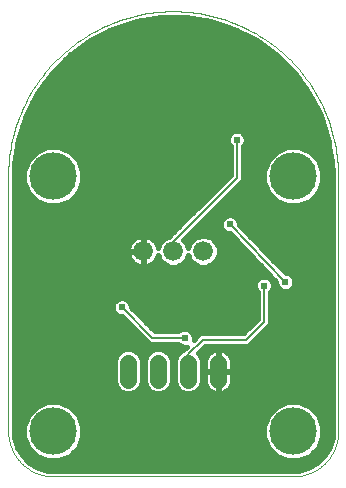
<source format=gbl>
G75*
%MOIN*%
%OFA0B0*%
%FSLAX25Y25*%
%IPPOS*%
%LPD*%
%AMOC8*
5,1,8,0,0,1.08239X$1,22.5*
%
%ADD10C,0.06600*%
%ADD11C,0.00000*%
%ADD12C,0.05543*%
%ADD13C,0.15811*%
%ADD14C,0.01600*%
%ADD15C,0.00600*%
%ADD16C,0.02400*%
D10*
X0051800Y0094006D03*
X0061800Y0094006D03*
X0071800Y0094006D03*
D11*
X0116800Y0119006D02*
X0116784Y0120345D01*
X0116735Y0121684D01*
X0116653Y0123021D01*
X0116539Y0124355D01*
X0116393Y0125687D01*
X0116214Y0127014D01*
X0116003Y0128337D01*
X0115759Y0129654D01*
X0115484Y0130965D01*
X0115177Y0132268D01*
X0114838Y0133564D01*
X0114468Y0134851D01*
X0114067Y0136129D01*
X0113634Y0137397D01*
X0113171Y0138654D01*
X0112677Y0139899D01*
X0112153Y0141132D01*
X0111600Y0142351D01*
X0111016Y0143557D01*
X0110404Y0144748D01*
X0109763Y0145924D01*
X0109093Y0147084D01*
X0108395Y0148227D01*
X0107670Y0149353D01*
X0106917Y0150461D01*
X0106138Y0151551D01*
X0105332Y0152621D01*
X0104501Y0153671D01*
X0103644Y0154700D01*
X0102762Y0155709D01*
X0101857Y0156695D01*
X0100927Y0157659D01*
X0099974Y0158601D01*
X0098999Y0159519D01*
X0098001Y0160412D01*
X0096982Y0161282D01*
X0095942Y0162126D01*
X0094882Y0162944D01*
X0093802Y0163737D01*
X0092704Y0164503D01*
X0091586Y0165242D01*
X0090452Y0165954D01*
X0089300Y0166637D01*
X0088132Y0167293D01*
X0086948Y0167920D01*
X0085750Y0168518D01*
X0084537Y0169086D01*
X0083311Y0169625D01*
X0082072Y0170134D01*
X0080821Y0170612D01*
X0079558Y0171060D01*
X0078286Y0171477D01*
X0077003Y0171863D01*
X0075711Y0172218D01*
X0074411Y0172541D01*
X0073104Y0172832D01*
X0071790Y0173091D01*
X0070470Y0173318D01*
X0069145Y0173513D01*
X0067815Y0173676D01*
X0066482Y0173806D01*
X0065147Y0173904D01*
X0063809Y0173969D01*
X0062470Y0174002D01*
X0061130Y0174002D01*
X0059791Y0173969D01*
X0058453Y0173904D01*
X0057118Y0173806D01*
X0055785Y0173676D01*
X0054455Y0173513D01*
X0053130Y0173318D01*
X0051810Y0173091D01*
X0050496Y0172832D01*
X0049189Y0172541D01*
X0047889Y0172218D01*
X0046597Y0171863D01*
X0045314Y0171477D01*
X0044042Y0171060D01*
X0042779Y0170612D01*
X0041528Y0170134D01*
X0040289Y0169625D01*
X0039063Y0169086D01*
X0037850Y0168518D01*
X0036652Y0167920D01*
X0035468Y0167293D01*
X0034300Y0166637D01*
X0033148Y0165954D01*
X0032014Y0165242D01*
X0030896Y0164503D01*
X0029798Y0163737D01*
X0028718Y0162944D01*
X0027658Y0162126D01*
X0026618Y0161282D01*
X0025599Y0160412D01*
X0024601Y0159519D01*
X0023626Y0158601D01*
X0022673Y0157659D01*
X0021743Y0156695D01*
X0020838Y0155709D01*
X0019956Y0154700D01*
X0019099Y0153671D01*
X0018268Y0152621D01*
X0017462Y0151551D01*
X0016683Y0150461D01*
X0015930Y0149353D01*
X0015205Y0148227D01*
X0014507Y0147084D01*
X0013837Y0145924D01*
X0013196Y0144748D01*
X0012584Y0143557D01*
X0012000Y0142351D01*
X0011447Y0141132D01*
X0010923Y0139899D01*
X0010429Y0138654D01*
X0009966Y0137397D01*
X0009533Y0136129D01*
X0009132Y0134851D01*
X0008762Y0133564D01*
X0008423Y0132268D01*
X0008116Y0130965D01*
X0007841Y0129654D01*
X0007597Y0128337D01*
X0007386Y0127014D01*
X0007207Y0125687D01*
X0007061Y0124355D01*
X0006947Y0123021D01*
X0006865Y0121684D01*
X0006816Y0120345D01*
X0006800Y0119006D01*
X0006800Y0034006D01*
X0006804Y0033644D01*
X0006818Y0033281D01*
X0006839Y0032919D01*
X0006870Y0032558D01*
X0006909Y0032198D01*
X0006957Y0031839D01*
X0007014Y0031481D01*
X0007079Y0031124D01*
X0007153Y0030769D01*
X0007236Y0030416D01*
X0007327Y0030065D01*
X0007426Y0029717D01*
X0007534Y0029371D01*
X0007650Y0029027D01*
X0007775Y0028687D01*
X0007907Y0028350D01*
X0008048Y0028016D01*
X0008197Y0027685D01*
X0008354Y0027358D01*
X0008518Y0027035D01*
X0008690Y0026716D01*
X0008870Y0026402D01*
X0009058Y0026091D01*
X0009253Y0025786D01*
X0009455Y0025485D01*
X0009665Y0025189D01*
X0009881Y0024899D01*
X0010105Y0024613D01*
X0010335Y0024333D01*
X0010572Y0024059D01*
X0010816Y0023791D01*
X0011066Y0023528D01*
X0011322Y0023272D01*
X0011585Y0023022D01*
X0011853Y0022778D01*
X0012127Y0022541D01*
X0012407Y0022311D01*
X0012693Y0022087D01*
X0012983Y0021871D01*
X0013279Y0021661D01*
X0013580Y0021459D01*
X0013885Y0021264D01*
X0014196Y0021076D01*
X0014510Y0020896D01*
X0014829Y0020724D01*
X0015152Y0020560D01*
X0015479Y0020403D01*
X0015810Y0020254D01*
X0016144Y0020113D01*
X0016481Y0019981D01*
X0016821Y0019856D01*
X0017165Y0019740D01*
X0017511Y0019632D01*
X0017859Y0019533D01*
X0018210Y0019442D01*
X0018563Y0019359D01*
X0018918Y0019285D01*
X0019275Y0019220D01*
X0019633Y0019163D01*
X0019992Y0019115D01*
X0020352Y0019076D01*
X0020713Y0019045D01*
X0021075Y0019024D01*
X0021438Y0019010D01*
X0021800Y0019006D01*
X0101800Y0019006D01*
X0102162Y0019010D01*
X0102525Y0019024D01*
X0102887Y0019045D01*
X0103248Y0019076D01*
X0103608Y0019115D01*
X0103967Y0019163D01*
X0104325Y0019220D01*
X0104682Y0019285D01*
X0105037Y0019359D01*
X0105390Y0019442D01*
X0105741Y0019533D01*
X0106089Y0019632D01*
X0106435Y0019740D01*
X0106779Y0019856D01*
X0107119Y0019981D01*
X0107456Y0020113D01*
X0107790Y0020254D01*
X0108121Y0020403D01*
X0108448Y0020560D01*
X0108771Y0020724D01*
X0109090Y0020896D01*
X0109404Y0021076D01*
X0109715Y0021264D01*
X0110020Y0021459D01*
X0110321Y0021661D01*
X0110617Y0021871D01*
X0110907Y0022087D01*
X0111193Y0022311D01*
X0111473Y0022541D01*
X0111747Y0022778D01*
X0112015Y0023022D01*
X0112278Y0023272D01*
X0112534Y0023528D01*
X0112784Y0023791D01*
X0113028Y0024059D01*
X0113265Y0024333D01*
X0113495Y0024613D01*
X0113719Y0024899D01*
X0113935Y0025189D01*
X0114145Y0025485D01*
X0114347Y0025786D01*
X0114542Y0026091D01*
X0114730Y0026402D01*
X0114910Y0026716D01*
X0115082Y0027035D01*
X0115246Y0027358D01*
X0115403Y0027685D01*
X0115552Y0028016D01*
X0115693Y0028350D01*
X0115825Y0028687D01*
X0115950Y0029027D01*
X0116066Y0029371D01*
X0116174Y0029717D01*
X0116273Y0030065D01*
X0116364Y0030416D01*
X0116447Y0030769D01*
X0116521Y0031124D01*
X0116586Y0031481D01*
X0116643Y0031839D01*
X0116691Y0032198D01*
X0116730Y0032558D01*
X0116761Y0032919D01*
X0116782Y0033281D01*
X0116796Y0033644D01*
X0116800Y0034006D01*
X0116800Y0119006D01*
D12*
X0076800Y0056778D02*
X0076800Y0051234D01*
X0066800Y0051234D02*
X0066800Y0056778D01*
X0056800Y0056778D02*
X0056800Y0051234D01*
X0046800Y0051234D02*
X0046800Y0056778D01*
D13*
X0021800Y0034006D03*
X0021800Y0119006D03*
X0101800Y0119006D03*
X0101800Y0034006D03*
D14*
X0013764Y0023534D02*
X0011328Y0025970D01*
X0009605Y0028954D01*
X0008713Y0032283D01*
X0008600Y0034006D01*
X0008600Y0119006D01*
X0008764Y0123180D01*
X0010070Y0131425D01*
X0012650Y0139365D01*
X0016440Y0146803D01*
X0021346Y0153557D01*
X0027249Y0159459D01*
X0034003Y0164366D01*
X0041441Y0168156D01*
X0049381Y0170736D01*
X0057626Y0172042D01*
X0065974Y0172042D01*
X0074219Y0170736D01*
X0082159Y0168156D01*
X0089597Y0164366D01*
X0096351Y0159459D01*
X0102254Y0153557D01*
X0107160Y0146803D01*
X0110950Y0139365D01*
X0113530Y0131425D01*
X0114836Y0123180D01*
X0115000Y0119006D01*
X0115000Y0034006D01*
X0114887Y0032283D01*
X0113995Y0028954D01*
X0112272Y0025970D01*
X0109836Y0023534D01*
X0106851Y0021811D01*
X0103523Y0020919D01*
X0101800Y0020806D01*
X0021800Y0020806D01*
X0020077Y0020919D01*
X0016749Y0021811D01*
X0013764Y0023534D01*
X0013497Y0023801D02*
X0110103Y0023801D01*
X0111702Y0025400D02*
X0106385Y0025400D01*
X0107298Y0025778D02*
X0110028Y0028508D01*
X0111505Y0032075D01*
X0111505Y0035936D01*
X0110028Y0039504D01*
X0107298Y0042234D01*
X0103731Y0043711D01*
X0099869Y0043711D01*
X0096302Y0042234D01*
X0093572Y0039504D01*
X0092094Y0035936D01*
X0092094Y0032075D01*
X0093572Y0028508D01*
X0096302Y0025778D01*
X0099869Y0024300D01*
X0103731Y0024300D01*
X0107298Y0025778D01*
X0108518Y0026998D02*
X0112866Y0026998D01*
X0113789Y0028597D02*
X0110065Y0028597D01*
X0110727Y0030195D02*
X0114328Y0030195D01*
X0114756Y0031794D02*
X0111389Y0031794D01*
X0111505Y0033393D02*
X0114960Y0033393D01*
X0115000Y0034991D02*
X0111505Y0034991D01*
X0111235Y0036590D02*
X0115000Y0036590D01*
X0115000Y0038188D02*
X0110573Y0038188D01*
X0109745Y0039787D02*
X0115000Y0039787D01*
X0115000Y0041385D02*
X0108146Y0041385D01*
X0105488Y0042984D02*
X0115000Y0042984D01*
X0115000Y0044582D02*
X0008600Y0044582D01*
X0008600Y0042984D02*
X0018112Y0042984D01*
X0019869Y0043711D02*
X0016302Y0042234D01*
X0013572Y0039504D01*
X0012094Y0035936D01*
X0012094Y0032075D01*
X0013572Y0028508D01*
X0016302Y0025778D01*
X0019869Y0024300D01*
X0023731Y0024300D01*
X0027298Y0025778D01*
X0030028Y0028508D01*
X0031505Y0032075D01*
X0031505Y0035936D01*
X0030028Y0039504D01*
X0027298Y0042234D01*
X0023731Y0043711D01*
X0019869Y0043711D01*
X0015453Y0041385D02*
X0008600Y0041385D01*
X0008600Y0039787D02*
X0013855Y0039787D01*
X0013027Y0038188D02*
X0008600Y0038188D01*
X0008600Y0036590D02*
X0012365Y0036590D01*
X0012094Y0034991D02*
X0008600Y0034991D01*
X0008640Y0033393D02*
X0012094Y0033393D01*
X0012211Y0031794D02*
X0008844Y0031794D01*
X0009272Y0030195D02*
X0012873Y0030195D01*
X0013535Y0028597D02*
X0009811Y0028597D01*
X0010734Y0026998D02*
X0015082Y0026998D01*
X0017215Y0025400D02*
X0011898Y0025400D01*
X0016069Y0022203D02*
X0107531Y0022203D01*
X0097215Y0025400D02*
X0026385Y0025400D01*
X0028518Y0026998D02*
X0095082Y0026998D01*
X0093535Y0028597D02*
X0030065Y0028597D01*
X0030727Y0030195D02*
X0092873Y0030195D01*
X0092211Y0031794D02*
X0031389Y0031794D01*
X0031505Y0033393D02*
X0092094Y0033393D01*
X0092094Y0034991D02*
X0031505Y0034991D01*
X0031235Y0036590D02*
X0092365Y0036590D01*
X0093027Y0038188D02*
X0030573Y0038188D01*
X0029745Y0039787D02*
X0093855Y0039787D01*
X0095453Y0041385D02*
X0028146Y0041385D01*
X0025488Y0042984D02*
X0098112Y0042984D01*
X0086870Y0062506D02*
X0094100Y0069736D01*
X0094100Y0080463D01*
X0094543Y0080907D01*
X0095000Y0082009D01*
X0095000Y0083203D01*
X0094543Y0084305D01*
X0093699Y0085149D01*
X0092597Y0085606D01*
X0091403Y0085606D01*
X0090301Y0085149D01*
X0089457Y0084305D01*
X0089000Y0083203D01*
X0089000Y0082009D01*
X0089457Y0080907D01*
X0089900Y0080463D01*
X0089900Y0071476D01*
X0085130Y0066706D01*
X0070730Y0066706D01*
X0069500Y0065476D01*
X0068576Y0064552D01*
X0068600Y0064609D01*
X0068600Y0065803D01*
X0068143Y0066905D01*
X0067299Y0067749D01*
X0066197Y0068206D01*
X0065003Y0068206D01*
X0063901Y0067749D01*
X0063457Y0067306D01*
X0055670Y0067306D01*
X0047600Y0075376D01*
X0047600Y0076003D01*
X0047143Y0077105D01*
X0046299Y0077949D01*
X0045197Y0078406D01*
X0044003Y0078406D01*
X0042901Y0077949D01*
X0042057Y0077105D01*
X0041600Y0076003D01*
X0041600Y0074809D01*
X0042057Y0073707D01*
X0042901Y0072863D01*
X0044003Y0072406D01*
X0044630Y0072406D01*
X0052700Y0064336D01*
X0053930Y0063106D01*
X0063457Y0063106D01*
X0063901Y0062663D01*
X0065003Y0062206D01*
X0066197Y0062206D01*
X0066254Y0062230D01*
X0065008Y0060984D01*
X0064210Y0060653D01*
X0062924Y0059367D01*
X0062228Y0057687D01*
X0062228Y0050325D01*
X0062924Y0048645D01*
X0064210Y0047359D01*
X0065891Y0046663D01*
X0067709Y0046663D01*
X0069390Y0047359D01*
X0070676Y0048645D01*
X0071372Y0050325D01*
X0071372Y0057687D01*
X0070676Y0059367D01*
X0070003Y0060039D01*
X0072470Y0062506D01*
X0086870Y0062506D01*
X0088128Y0063764D02*
X0115000Y0063764D01*
X0115000Y0062166D02*
X0072130Y0062166D01*
X0070531Y0060567D02*
X0074238Y0060567D01*
X0074404Y0060688D02*
X0073822Y0060265D01*
X0073313Y0059756D01*
X0072890Y0059174D01*
X0072563Y0058532D01*
X0072341Y0057848D01*
X0072228Y0057137D01*
X0072228Y0054092D01*
X0076714Y0054092D01*
X0076714Y0061349D01*
X0076440Y0061349D01*
X0075729Y0061237D01*
X0075045Y0061014D01*
X0074404Y0060688D01*
X0076714Y0060567D02*
X0076886Y0060567D01*
X0076886Y0061349D02*
X0076886Y0054092D01*
X0076714Y0054092D01*
X0076714Y0053920D01*
X0072228Y0053920D01*
X0072228Y0050874D01*
X0072341Y0050164D01*
X0072563Y0049479D01*
X0072890Y0048838D01*
X0073313Y0048256D01*
X0073822Y0047747D01*
X0074404Y0047324D01*
X0075045Y0046998D01*
X0075729Y0046775D01*
X0076440Y0046663D01*
X0076714Y0046663D01*
X0076714Y0053920D01*
X0076886Y0053920D01*
X0076886Y0054092D01*
X0081372Y0054092D01*
X0081372Y0057137D01*
X0081259Y0057848D01*
X0081037Y0058532D01*
X0080710Y0059174D01*
X0080287Y0059756D01*
X0079778Y0060265D01*
X0079196Y0060688D01*
X0078555Y0061014D01*
X0077871Y0061237D01*
X0077160Y0061349D01*
X0076886Y0061349D01*
X0076886Y0058969D02*
X0076714Y0058969D01*
X0076714Y0057370D02*
X0076886Y0057370D01*
X0076886Y0055772D02*
X0076714Y0055772D01*
X0076714Y0054173D02*
X0076886Y0054173D01*
X0076886Y0053920D02*
X0081372Y0053920D01*
X0081372Y0050874D01*
X0081259Y0050164D01*
X0081037Y0049479D01*
X0080710Y0048838D01*
X0080287Y0048256D01*
X0079778Y0047747D01*
X0079196Y0047324D01*
X0078555Y0046998D01*
X0077871Y0046775D01*
X0077160Y0046663D01*
X0076886Y0046663D01*
X0076886Y0053920D01*
X0076886Y0052575D02*
X0076714Y0052575D01*
X0076714Y0050976D02*
X0076886Y0050976D01*
X0076886Y0049378D02*
X0076714Y0049378D01*
X0076714Y0047779D02*
X0076886Y0047779D01*
X0079810Y0047779D02*
X0115000Y0047779D01*
X0115000Y0046181D02*
X0008600Y0046181D01*
X0008600Y0047779D02*
X0043790Y0047779D01*
X0044210Y0047359D02*
X0045891Y0046663D01*
X0047709Y0046663D01*
X0049390Y0047359D01*
X0050676Y0048645D01*
X0051372Y0050325D01*
X0051372Y0057687D01*
X0050676Y0059367D01*
X0049390Y0060653D01*
X0047709Y0061349D01*
X0045891Y0061349D01*
X0044210Y0060653D01*
X0042924Y0059367D01*
X0042228Y0057687D01*
X0042228Y0050325D01*
X0042924Y0048645D01*
X0044210Y0047359D01*
X0042621Y0049378D02*
X0008600Y0049378D01*
X0008600Y0050976D02*
X0042228Y0050976D01*
X0042228Y0052575D02*
X0008600Y0052575D01*
X0008600Y0054173D02*
X0042228Y0054173D01*
X0042228Y0055772D02*
X0008600Y0055772D01*
X0008600Y0057370D02*
X0042228Y0057370D01*
X0042759Y0058969D02*
X0008600Y0058969D01*
X0008600Y0060567D02*
X0044124Y0060567D01*
X0048476Y0068560D02*
X0008600Y0068560D01*
X0008600Y0070158D02*
X0046878Y0070158D01*
X0045279Y0071757D02*
X0008600Y0071757D01*
X0008600Y0073355D02*
X0042408Y0073355D01*
X0041600Y0074954D02*
X0008600Y0074954D01*
X0008600Y0076552D02*
X0041828Y0076552D01*
X0043387Y0078151D02*
X0008600Y0078151D01*
X0008600Y0079749D02*
X0089900Y0079749D01*
X0089900Y0078151D02*
X0045813Y0078151D01*
X0047372Y0076552D02*
X0089900Y0076552D01*
X0089900Y0074954D02*
X0048022Y0074954D01*
X0049620Y0073355D02*
X0089900Y0073355D01*
X0089900Y0071757D02*
X0051219Y0071757D01*
X0052817Y0070158D02*
X0088583Y0070158D01*
X0086984Y0068560D02*
X0054416Y0068560D01*
X0052700Y0064336D02*
X0052700Y0064336D01*
X0053272Y0063764D02*
X0008600Y0063764D01*
X0008600Y0062166D02*
X0066190Y0062166D01*
X0064124Y0060567D02*
X0059476Y0060567D01*
X0059390Y0060653D02*
X0057709Y0061349D01*
X0055891Y0061349D01*
X0054210Y0060653D01*
X0052924Y0059367D01*
X0052228Y0057687D01*
X0052228Y0050325D01*
X0052924Y0048645D01*
X0054210Y0047359D01*
X0055891Y0046663D01*
X0057709Y0046663D01*
X0059390Y0047359D01*
X0060676Y0048645D01*
X0061372Y0050325D01*
X0061372Y0057687D01*
X0060676Y0059367D01*
X0059390Y0060653D01*
X0060841Y0058969D02*
X0062759Y0058969D01*
X0062228Y0057370D02*
X0061372Y0057370D01*
X0061372Y0055772D02*
X0062228Y0055772D01*
X0062228Y0054173D02*
X0061372Y0054173D01*
X0061372Y0052575D02*
X0062228Y0052575D01*
X0062228Y0050976D02*
X0061372Y0050976D01*
X0060979Y0049378D02*
X0062621Y0049378D01*
X0063790Y0047779D02*
X0059810Y0047779D01*
X0053790Y0047779D02*
X0049810Y0047779D01*
X0050979Y0049378D02*
X0052621Y0049378D01*
X0052228Y0050976D02*
X0051372Y0050976D01*
X0051372Y0052575D02*
X0052228Y0052575D01*
X0052228Y0054173D02*
X0051372Y0054173D01*
X0051372Y0055772D02*
X0052228Y0055772D01*
X0052228Y0057370D02*
X0051372Y0057370D01*
X0050841Y0058969D02*
X0052759Y0058969D01*
X0054124Y0060567D02*
X0049476Y0060567D01*
X0051673Y0065363D02*
X0008600Y0065363D01*
X0008600Y0066961D02*
X0050075Y0066961D01*
X0051399Y0088906D02*
X0050606Y0089031D01*
X0049842Y0089280D01*
X0049127Y0089644D01*
X0048478Y0090116D01*
X0047910Y0090683D01*
X0047438Y0091333D01*
X0047074Y0092048D01*
X0046826Y0092812D01*
X0046700Y0093605D01*
X0046700Y0093920D01*
X0051714Y0093920D01*
X0051714Y0094092D01*
X0051714Y0099106D01*
X0051399Y0099106D01*
X0050606Y0098980D01*
X0049842Y0098732D01*
X0049127Y0098368D01*
X0048478Y0097896D01*
X0047910Y0097328D01*
X0047438Y0096679D01*
X0047074Y0095964D01*
X0046826Y0095200D01*
X0046700Y0094407D01*
X0046700Y0094092D01*
X0051714Y0094092D01*
X0051886Y0094092D01*
X0051886Y0099106D01*
X0052201Y0099106D01*
X0052994Y0098980D01*
X0053758Y0098732D01*
X0054473Y0098368D01*
X0055122Y0097896D01*
X0055690Y0097328D01*
X0056162Y0096679D01*
X0056526Y0095964D01*
X0056774Y0095200D01*
X0056774Y0095200D01*
X0057476Y0096895D01*
X0058911Y0098329D01*
X0060350Y0098925D01*
X0061130Y0099706D01*
X0080900Y0119476D01*
X0080900Y0129063D01*
X0080457Y0129507D01*
X0080000Y0130609D01*
X0080000Y0131803D01*
X0080457Y0132905D01*
X0081301Y0133749D01*
X0082403Y0134206D01*
X0083597Y0134206D01*
X0084699Y0133749D01*
X0085543Y0132905D01*
X0086000Y0131803D01*
X0086000Y0130609D01*
X0085543Y0129507D01*
X0085100Y0129063D01*
X0085100Y0117736D01*
X0065191Y0097827D01*
X0066124Y0096895D01*
X0066800Y0095262D01*
X0067476Y0096895D01*
X0068911Y0098329D01*
X0070786Y0099106D01*
X0072814Y0099106D01*
X0074689Y0098329D01*
X0076124Y0096895D01*
X0076900Y0095020D01*
X0076900Y0092991D01*
X0076124Y0091117D01*
X0074689Y0089682D01*
X0072814Y0088906D01*
X0070786Y0088906D01*
X0068911Y0089682D01*
X0067476Y0091117D01*
X0066800Y0092750D01*
X0066124Y0091117D01*
X0064689Y0089682D01*
X0062814Y0088906D01*
X0060786Y0088906D01*
X0058911Y0089682D01*
X0057476Y0091117D01*
X0056774Y0092812D01*
X0056774Y0092812D01*
X0056526Y0092048D01*
X0056162Y0091333D01*
X0055690Y0090683D01*
X0055122Y0090116D01*
X0054473Y0089644D01*
X0053758Y0089280D01*
X0052994Y0089031D01*
X0052201Y0088906D01*
X0051886Y0088906D01*
X0051886Y0093920D01*
X0051714Y0093920D01*
X0051714Y0088906D01*
X0051399Y0088906D01*
X0051714Y0089340D02*
X0051886Y0089340D01*
X0051886Y0090939D02*
X0051714Y0090939D01*
X0051714Y0092537D02*
X0051886Y0092537D01*
X0051886Y0094136D02*
X0051714Y0094136D01*
X0051714Y0095734D02*
X0051886Y0095734D01*
X0051886Y0097333D02*
X0051714Y0097333D01*
X0051714Y0098931D02*
X0051886Y0098931D01*
X0053145Y0098931D02*
X0060356Y0098931D01*
X0061954Y0100530D02*
X0008600Y0100530D01*
X0008600Y0102128D02*
X0063553Y0102128D01*
X0065151Y0103727D02*
X0008600Y0103727D01*
X0008600Y0105326D02*
X0066750Y0105326D01*
X0068348Y0106924D02*
X0008600Y0106924D01*
X0008600Y0108523D02*
X0069947Y0108523D01*
X0071545Y0110121D02*
X0025712Y0110121D01*
X0027298Y0110778D02*
X0023731Y0109300D01*
X0019869Y0109300D01*
X0016302Y0110778D01*
X0013572Y0113508D01*
X0012094Y0117075D01*
X0012094Y0120936D01*
X0013572Y0124504D01*
X0016302Y0127234D01*
X0019869Y0128711D01*
X0023731Y0128711D01*
X0027298Y0127234D01*
X0030028Y0124504D01*
X0031505Y0120936D01*
X0031505Y0117075D01*
X0030028Y0113508D01*
X0027298Y0110778D01*
X0028239Y0111720D02*
X0073144Y0111720D01*
X0074742Y0113318D02*
X0029838Y0113318D01*
X0030611Y0114917D02*
X0076341Y0114917D01*
X0077939Y0116515D02*
X0031273Y0116515D01*
X0031505Y0118114D02*
X0079538Y0118114D01*
X0080900Y0119712D02*
X0031505Y0119712D01*
X0031351Y0121311D02*
X0080900Y0121311D01*
X0080900Y0122909D02*
X0030688Y0122909D01*
X0030024Y0124508D02*
X0080900Y0124508D01*
X0080900Y0126106D02*
X0028425Y0126106D01*
X0026161Y0127705D02*
X0080900Y0127705D01*
X0080660Y0129303D02*
X0009734Y0129303D01*
X0009481Y0127705D02*
X0017439Y0127705D01*
X0015175Y0126106D02*
X0009227Y0126106D01*
X0008974Y0124508D02*
X0013576Y0124508D01*
X0012912Y0122909D02*
X0008753Y0122909D01*
X0008691Y0121311D02*
X0012249Y0121311D01*
X0012094Y0119712D02*
X0008628Y0119712D01*
X0008600Y0118114D02*
X0012094Y0118114D01*
X0012327Y0116515D02*
X0008600Y0116515D01*
X0008600Y0114917D02*
X0012989Y0114917D01*
X0013762Y0113318D02*
X0008600Y0113318D01*
X0008600Y0111720D02*
X0015361Y0111720D01*
X0017888Y0110121D02*
X0008600Y0110121D01*
X0008600Y0098931D02*
X0050455Y0098931D01*
X0047915Y0097333D02*
X0008600Y0097333D01*
X0008600Y0095734D02*
X0046999Y0095734D01*
X0046700Y0094136D02*
X0008600Y0094136D01*
X0008600Y0092537D02*
X0046915Y0092537D01*
X0047724Y0090939D02*
X0008600Y0090939D01*
X0008600Y0089340D02*
X0049723Y0089340D01*
X0053877Y0089340D02*
X0059737Y0089340D01*
X0057654Y0090939D02*
X0055876Y0090939D01*
X0056685Y0092537D02*
X0056888Y0092537D01*
X0056996Y0095734D02*
X0056601Y0095734D01*
X0055685Y0097333D02*
X0057915Y0097333D01*
X0063863Y0089340D02*
X0069737Y0089340D01*
X0067654Y0090939D02*
X0065945Y0090939D01*
X0066712Y0092537D02*
X0066888Y0092537D01*
X0066996Y0095734D02*
X0066604Y0095734D01*
X0065685Y0097333D02*
X0067915Y0097333D01*
X0066295Y0098931D02*
X0070364Y0098931D01*
X0067894Y0100530D02*
X0078833Y0100530D01*
X0078901Y0100463D02*
X0080003Y0100006D01*
X0080582Y0100006D01*
X0096200Y0083885D01*
X0096200Y0083209D01*
X0096657Y0082107D01*
X0097501Y0081263D01*
X0098603Y0080806D01*
X0099797Y0080806D01*
X0100899Y0081263D01*
X0101743Y0082107D01*
X0102200Y0083209D01*
X0102200Y0084403D01*
X0101743Y0085505D01*
X0100899Y0086349D01*
X0099797Y0086806D01*
X0099218Y0086806D01*
X0083600Y0102927D01*
X0083600Y0103603D01*
X0083143Y0104705D01*
X0082299Y0105549D01*
X0081197Y0106006D01*
X0080003Y0106006D01*
X0078901Y0105549D01*
X0078057Y0104705D01*
X0077600Y0103603D01*
X0077600Y0102409D01*
X0078057Y0101307D01*
X0078901Y0100463D01*
X0077716Y0102128D02*
X0069492Y0102128D01*
X0071091Y0103727D02*
X0077652Y0103727D01*
X0078677Y0105326D02*
X0072689Y0105326D01*
X0074288Y0106924D02*
X0115000Y0106924D01*
X0115000Y0105326D02*
X0082523Y0105326D01*
X0083548Y0103727D02*
X0115000Y0103727D01*
X0115000Y0102128D02*
X0084374Y0102128D01*
X0085922Y0100530D02*
X0115000Y0100530D01*
X0115000Y0098931D02*
X0087471Y0098931D01*
X0089019Y0097333D02*
X0115000Y0097333D01*
X0115000Y0095734D02*
X0090568Y0095734D01*
X0092117Y0094136D02*
X0115000Y0094136D01*
X0115000Y0092537D02*
X0093665Y0092537D01*
X0095214Y0090939D02*
X0115000Y0090939D01*
X0115000Y0089340D02*
X0096762Y0089340D01*
X0098311Y0087742D02*
X0115000Y0087742D01*
X0115000Y0086143D02*
X0101105Y0086143D01*
X0102141Y0084545D02*
X0115000Y0084545D01*
X0115000Y0082946D02*
X0102091Y0082946D01*
X0100985Y0081348D02*
X0115000Y0081348D01*
X0115000Y0079749D02*
X0094100Y0079749D01*
X0094100Y0078151D02*
X0115000Y0078151D01*
X0115000Y0076552D02*
X0094100Y0076552D01*
X0094100Y0074954D02*
X0115000Y0074954D01*
X0115000Y0073355D02*
X0094100Y0073355D01*
X0094100Y0071757D02*
X0115000Y0071757D01*
X0115000Y0070158D02*
X0094100Y0070158D01*
X0092924Y0068560D02*
X0115000Y0068560D01*
X0115000Y0066961D02*
X0091325Y0066961D01*
X0089727Y0065363D02*
X0115000Y0065363D01*
X0115000Y0060567D02*
X0079362Y0060567D01*
X0080814Y0058969D02*
X0115000Y0058969D01*
X0115000Y0057370D02*
X0081335Y0057370D01*
X0081372Y0055772D02*
X0115000Y0055772D01*
X0115000Y0054173D02*
X0081372Y0054173D01*
X0081372Y0052575D02*
X0115000Y0052575D01*
X0115000Y0050976D02*
X0081372Y0050976D01*
X0080985Y0049378D02*
X0115000Y0049378D01*
X0097415Y0081348D02*
X0094726Y0081348D01*
X0095000Y0082946D02*
X0096309Y0082946D01*
X0095560Y0084545D02*
X0094304Y0084545D01*
X0094012Y0086143D02*
X0008600Y0086143D01*
X0008600Y0084545D02*
X0089696Y0084545D01*
X0089000Y0082946D02*
X0008600Y0082946D01*
X0008600Y0081348D02*
X0089274Y0081348D01*
X0092463Y0087742D02*
X0008600Y0087742D01*
X0009987Y0130902D02*
X0080000Y0130902D01*
X0080289Y0132500D02*
X0010419Y0132500D01*
X0010939Y0134099D02*
X0082145Y0134099D01*
X0083855Y0134099D02*
X0112661Y0134099D01*
X0112142Y0135697D02*
X0011458Y0135697D01*
X0011977Y0137296D02*
X0111623Y0137296D01*
X0111103Y0138894D02*
X0012497Y0138894D01*
X0013224Y0140493D02*
X0110376Y0140493D01*
X0109561Y0142091D02*
X0014039Y0142091D01*
X0014853Y0143690D02*
X0108747Y0143690D01*
X0107932Y0145288D02*
X0015668Y0145288D01*
X0016501Y0146887D02*
X0107099Y0146887D01*
X0105938Y0148485D02*
X0017662Y0148485D01*
X0018823Y0150084D02*
X0104777Y0150084D01*
X0103615Y0151682D02*
X0019985Y0151682D01*
X0021146Y0153281D02*
X0102454Y0153281D01*
X0100931Y0154879D02*
X0022669Y0154879D01*
X0024268Y0156478D02*
X0099332Y0156478D01*
X0097734Y0158076D02*
X0025866Y0158076D01*
X0027546Y0159675D02*
X0096054Y0159675D01*
X0093854Y0161273D02*
X0029746Y0161273D01*
X0031946Y0162872D02*
X0091654Y0162872D01*
X0089393Y0164470D02*
X0034207Y0164470D01*
X0037345Y0166069D02*
X0086255Y0166069D01*
X0083118Y0167667D02*
X0040482Y0167667D01*
X0044856Y0169266D02*
X0078744Y0169266D01*
X0073408Y0170864D02*
X0050192Y0170864D01*
X0085100Y0127705D02*
X0097439Y0127705D01*
X0096302Y0127234D02*
X0093572Y0124504D01*
X0092094Y0120936D01*
X0092094Y0117075D01*
X0093572Y0113508D01*
X0096302Y0110778D01*
X0099869Y0109300D01*
X0103731Y0109300D01*
X0107298Y0110778D01*
X0110028Y0113508D01*
X0111505Y0117075D01*
X0111505Y0120936D01*
X0110028Y0124504D01*
X0107298Y0127234D01*
X0103731Y0128711D01*
X0099869Y0128711D01*
X0096302Y0127234D01*
X0095175Y0126106D02*
X0085100Y0126106D01*
X0085100Y0124508D02*
X0093576Y0124508D01*
X0092912Y0122909D02*
X0085100Y0122909D01*
X0085100Y0121311D02*
X0092249Y0121311D01*
X0092094Y0119712D02*
X0085100Y0119712D01*
X0085100Y0118114D02*
X0092094Y0118114D01*
X0092327Y0116515D02*
X0083879Y0116515D01*
X0082281Y0114917D02*
X0092989Y0114917D01*
X0093762Y0113318D02*
X0080682Y0113318D01*
X0079084Y0111720D02*
X0095361Y0111720D01*
X0097888Y0110121D02*
X0077485Y0110121D01*
X0075886Y0108523D02*
X0115000Y0108523D01*
X0115000Y0110121D02*
X0105712Y0110121D01*
X0108239Y0111720D02*
X0115000Y0111720D01*
X0115000Y0113318D02*
X0109838Y0113318D01*
X0110611Y0114917D02*
X0115000Y0114917D01*
X0115000Y0116515D02*
X0111273Y0116515D01*
X0111505Y0118114D02*
X0115000Y0118114D01*
X0114972Y0119712D02*
X0111505Y0119712D01*
X0111351Y0121311D02*
X0114909Y0121311D01*
X0114847Y0122909D02*
X0110688Y0122909D01*
X0110024Y0124508D02*
X0114626Y0124508D01*
X0114373Y0126106D02*
X0108425Y0126106D01*
X0106161Y0127705D02*
X0114119Y0127705D01*
X0113866Y0129303D02*
X0085340Y0129303D01*
X0086000Y0130902D02*
X0113613Y0130902D01*
X0113181Y0132500D02*
X0085711Y0132500D01*
X0081623Y0098931D02*
X0073236Y0098931D01*
X0075685Y0097333D02*
X0083172Y0097333D01*
X0084720Y0095734D02*
X0076604Y0095734D01*
X0076900Y0094136D02*
X0086269Y0094136D01*
X0087818Y0092537D02*
X0076712Y0092537D01*
X0075945Y0090939D02*
X0089366Y0090939D01*
X0090915Y0089340D02*
X0073863Y0089340D01*
X0068087Y0066961D02*
X0085385Y0066961D01*
X0072786Y0058969D02*
X0070841Y0058969D01*
X0071372Y0057370D02*
X0072265Y0057370D01*
X0072228Y0055772D02*
X0071372Y0055772D01*
X0071372Y0054173D02*
X0072228Y0054173D01*
X0072228Y0052575D02*
X0071372Y0052575D01*
X0071372Y0050976D02*
X0072228Y0050976D01*
X0072615Y0049378D02*
X0070979Y0049378D01*
X0069810Y0047779D02*
X0073790Y0047779D01*
X0069387Y0065363D02*
X0068600Y0065363D01*
D15*
X0065600Y0065206D02*
X0054800Y0065206D01*
X0044600Y0075406D01*
X0061800Y0094006D02*
X0062000Y0094006D01*
X0062000Y0097606D01*
X0083000Y0118606D01*
X0083000Y0131206D01*
X0080600Y0103006D02*
X0099200Y0083806D01*
X0092000Y0082606D02*
X0092000Y0070606D01*
X0086000Y0064606D01*
X0071600Y0064606D01*
X0066800Y0059806D01*
X0066800Y0054006D01*
D16*
X0065600Y0065206D03*
X0044600Y0075406D03*
X0080600Y0103006D03*
X0092000Y0082606D03*
X0099200Y0083806D03*
X0083000Y0131206D03*
M02*

</source>
